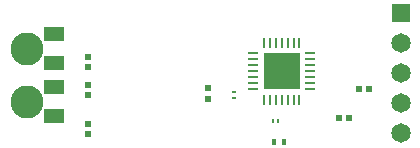
<source format=gbr>
%TF.GenerationSoftware,Altium Limited,Altium Designer,23.8.1 (32)*%
G04 Layer_Color=255*
%FSLAX45Y45*%
%MOMM*%
%TF.SameCoordinates,ADF8DBE8-81F1-4F09-BB5B-47DAA202E5C4*%
%TF.FilePolarity,Positive*%
%TF.FileFunction,Pads,Top*%
%TF.Part,Single*%
G01*
G75*
%TA.AperFunction,ConnectorPad*%
%ADD10R,1.70000X1.30000*%
%TA.AperFunction,SMDPad,CuDef*%
%ADD11R,0.55000X0.60000*%
%ADD12R,0.25000X0.30000*%
%ADD13R,0.60000X0.55000*%
%ADD14O,0.85000X0.20000*%
%ADD15R,3.13000X3.13000*%
%ADD16O,0.20000X0.85000*%
%ADD17R,0.40000X0.50000*%
%ADD18R,0.30000X0.25000*%
%ADD19R,0.57247X0.61535*%
%ADD20R,0.61535X0.57247*%
%TA.AperFunction,ComponentPad*%
%ADD23C,2.80000*%
%ADD24C,1.65000*%
%ADD25R,1.65000X1.65000*%
D10*
X461060Y878300D02*
D03*
Y678300D02*
D03*
Y1128300D02*
D03*
Y428300D02*
D03*
D11*
X2955200Y419100D02*
D03*
X2870200D02*
D03*
X3128600Y660400D02*
D03*
X3043600D02*
D03*
D12*
X2358900Y393700D02*
D03*
X2311400D02*
D03*
D13*
X744159Y360741D02*
D03*
Y275741D02*
D03*
X749300Y690861D02*
D03*
Y845839D02*
D03*
Y605861D02*
D03*
Y930839D02*
D03*
D14*
X2144300Y761600D02*
D03*
Y811600D02*
D03*
X2629300Y961600D02*
D03*
Y911600D02*
D03*
Y861600D02*
D03*
Y811600D02*
D03*
Y761600D02*
D03*
Y711600D02*
D03*
Y661600D02*
D03*
X2144300D02*
D03*
Y711600D02*
D03*
Y861600D02*
D03*
Y911600D02*
D03*
Y961600D02*
D03*
D15*
X2386800Y811600D02*
D03*
D16*
X2236800Y1054100D02*
D03*
X2286800D02*
D03*
X2336800D02*
D03*
X2386800D02*
D03*
X2436800D02*
D03*
X2486800D02*
D03*
X2536800D02*
D03*
Y569100D02*
D03*
X2486800D02*
D03*
X2436800D02*
D03*
X2386800D02*
D03*
X2336800D02*
D03*
X2286800D02*
D03*
X2236800D02*
D03*
D17*
X2404100Y215900D02*
D03*
X2324100D02*
D03*
D18*
X1981200Y587500D02*
D03*
Y635000D02*
D03*
D19*
X1765300Y579444D02*
D03*
D20*
Y665156D02*
D03*
D23*
X226060Y1003300D02*
D03*
Y553300D02*
D03*
D24*
X3393300Y285750D02*
D03*
Y539750D02*
D03*
Y1047750D02*
D03*
Y793750D02*
D03*
D25*
Y1301750D02*
D03*
%TF.MD5,e13b55f6b63cf9cba9a3563e75e6adee*%
M02*

</source>
